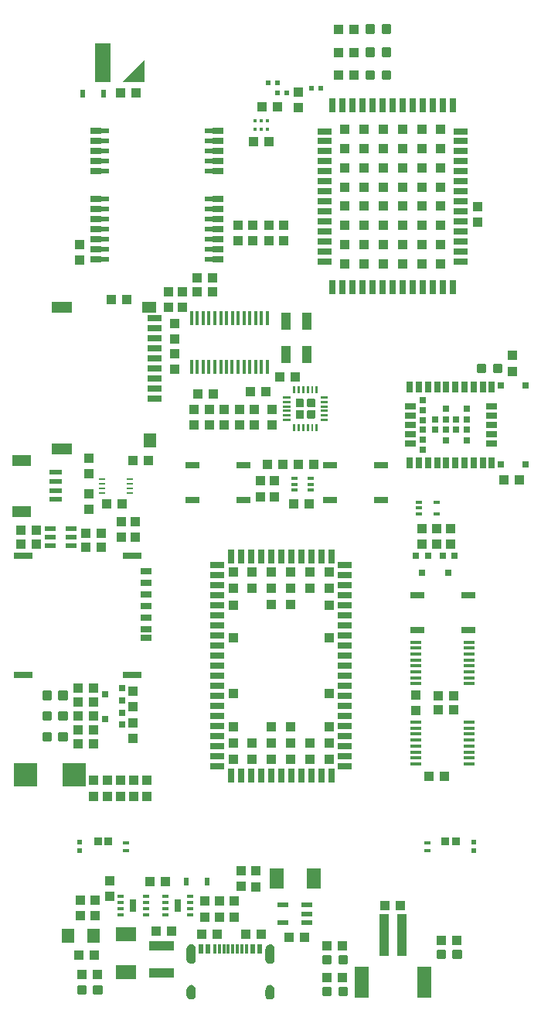
<source format=gbr>
G04 EAGLE Gerber RS-274X export*
G75*
%MOMM*%
%FSLAX34Y34*%
%LPD*%
%INSolderpaste Top*%
%IPPOS*%
%AMOC8*
5,1,8,0,0,1.08239X$1,22.5*%
G01*
%ADD10R,0.300000X1.000000*%
%ADD11R,0.600000X1.000000*%
%ADD12R,1.100000X1.000000*%
%ADD13R,0.800000X1.375000*%
%ADD14R,0.650000X0.300000*%
%ADD15R,1.000000X1.100000*%
%ADD16R,1.524000X0.762000*%
%ADD17R,2.800000X1.000000*%
%ADD18R,1.400000X1.600000*%
%ADD19C,0.300000*%
%ADD20R,2.000000X1.200000*%
%ADD21R,1.350000X0.600000*%
%ADD22R,1.200000X0.550000*%
%ADD23R,1.000000X4.600000*%
%ADD24R,1.600000X3.400000*%
%ADD25R,1.200000X0.600000*%
%ADD26R,0.660400X0.355600*%
%ADD27R,0.850000X0.900000*%
%ADD28R,0.750000X0.250000*%
%ADD29R,0.700000X0.700000*%
%ADD30R,0.700000X0.420000*%
%ADD31R,1.520000X2.210000*%
%ADD32R,1.300000X0.400000*%
%ADD33R,1.275000X0.400000*%
%ADD34R,1.500000X0.800000*%
%ADD35R,0.800000X1.500000*%
%ADD36R,1.100000X1.100000*%
%ADD37R,0.660000X0.300000*%
%ADD38R,0.350000X1.500000*%
%ADD39R,0.630000X0.830000*%
%ADD40R,1.700000X4.200000*%
%ADD41R,2.560397X2.499994*%
%ADD42R,1.100000X1.900000*%
%ADD43R,1.550000X0.750000*%
%ADD44R,0.750000X1.550000*%
%ADD45R,1.050000X1.050000*%
%ADD46R,1.050000X1.000000*%
%ADD47R,0.700000X1.150000*%
%ADD48R,1.150000X0.700000*%
%ADD49R,1.600000X0.700000*%
%ADD50R,2.200000X1.200000*%
%ADD51R,1.600000X1.200000*%
%ADD52R,1.200000X0.800000*%
%ADD53R,0.900000X0.600000*%
%ADD54R,0.600000X0.600000*%
%ADD55R,2.210000X1.520000*%
%ADD56R,0.410000X0.330000*%
%ADD57R,2.100000X0.700000*%
%ADD58R,1.230000X0.650000*%

G36*
X146831Y1008006D02*
X146831Y1008006D01*
X146848Y1008003D01*
X146898Y1008025D01*
X146949Y1008040D01*
X146960Y1008053D01*
X146976Y1008060D01*
X147006Y1008105D01*
X147041Y1008145D01*
X147044Y1008162D01*
X147053Y1008177D01*
X147064Y1008250D01*
X147064Y1032250D01*
X147052Y1032292D01*
X147049Y1032336D01*
X147033Y1032358D01*
X147025Y1032384D01*
X146992Y1032413D01*
X146966Y1032448D01*
X146940Y1032458D01*
X146920Y1032476D01*
X146876Y1032483D01*
X146836Y1032498D01*
X146809Y1032493D01*
X146782Y1032497D01*
X146741Y1032479D01*
X146699Y1032470D01*
X146663Y1032444D01*
X146654Y1032440D01*
X146650Y1032435D01*
X146639Y1032426D01*
X122639Y1008426D01*
X122618Y1008388D01*
X122589Y1008355D01*
X122585Y1008328D01*
X122572Y1008304D01*
X122575Y1008260D01*
X122568Y1008217D01*
X122579Y1008192D01*
X122581Y1008164D01*
X122607Y1008129D01*
X122625Y1008089D01*
X122648Y1008074D01*
X122664Y1008052D01*
X122705Y1008036D01*
X122742Y1008012D01*
X122785Y1008005D01*
X122794Y1008002D01*
X122801Y1008003D01*
X122815Y1008001D01*
X146815Y1008001D01*
X146831Y1008006D01*
G37*
G36*
X284300Y43951D02*
X284300Y43951D01*
X284301Y43951D01*
X285369Y43970D01*
X285376Y43975D01*
X285380Y43971D01*
X286417Y44227D01*
X286422Y44234D01*
X286428Y44231D01*
X287382Y44712D01*
X287386Y44719D01*
X287391Y44718D01*
X288215Y45399D01*
X288216Y45407D01*
X288222Y45407D01*
X288873Y46254D01*
X288873Y46262D01*
X288879Y46263D01*
X289326Y47234D01*
X289324Y47242D01*
X289329Y47244D01*
X289548Y48290D01*
X289545Y48297D01*
X289549Y48300D01*
X289549Y60300D01*
X289546Y60305D01*
X289549Y60308D01*
X289369Y61403D01*
X289363Y61409D01*
X289366Y61414D01*
X288947Y62442D01*
X288940Y62446D01*
X288942Y62451D01*
X288305Y63360D01*
X288297Y63363D01*
X288297Y63368D01*
X287474Y64112D01*
X287466Y64113D01*
X287465Y64119D01*
X286497Y64661D01*
X286488Y64660D01*
X286486Y64666D01*
X285422Y64979D01*
X285417Y64977D01*
X285413Y64977D01*
X285411Y64981D01*
X284303Y65049D01*
X284297Y65045D01*
X284293Y65049D01*
X283185Y64879D01*
X283179Y64873D01*
X283174Y64876D01*
X282132Y64464D01*
X282128Y64457D01*
X282123Y64459D01*
X281198Y63825D01*
X281196Y63817D01*
X281190Y63818D01*
X280430Y62995D01*
X280429Y62986D01*
X280423Y62986D01*
X279866Y62014D01*
X279867Y62006D01*
X279861Y62004D01*
X279534Y60932D01*
X279537Y60924D01*
X279532Y60921D01*
X279451Y59804D01*
X279452Y59801D01*
X279451Y59800D01*
X279451Y47800D01*
X279456Y47793D01*
X279452Y47789D01*
X279671Y46845D01*
X279677Y46839D01*
X279675Y46834D01*
X280099Y45962D01*
X280106Y45959D01*
X280104Y45953D01*
X280711Y45197D01*
X280719Y45195D01*
X280719Y45189D01*
X281479Y44588D01*
X281488Y44588D01*
X281489Y44582D01*
X282364Y44164D01*
X282372Y44166D01*
X282374Y44161D01*
X283320Y43949D01*
X283327Y43952D01*
X283331Y43947D01*
X284300Y43951D01*
G37*
G36*
X198881Y43960D02*
X198881Y43960D01*
X198888Y43965D01*
X198892Y43961D01*
X199944Y44211D01*
X199949Y44217D01*
X199954Y44214D01*
X200924Y44691D01*
X200927Y44699D01*
X200933Y44697D01*
X201772Y45378D01*
X201774Y45386D01*
X201780Y45386D01*
X202446Y46237D01*
X202447Y46245D01*
X202452Y46246D01*
X202913Y47223D01*
X202911Y47231D01*
X202917Y47234D01*
X203148Y48289D01*
X203145Y48297D01*
X203149Y48300D01*
X203149Y60300D01*
X203145Y60305D01*
X203149Y60308D01*
X202956Y61414D01*
X202950Y61419D01*
X202953Y61424D01*
X202520Y62459D01*
X202513Y62463D01*
X202515Y62468D01*
X201862Y63381D01*
X201854Y63383D01*
X201855Y63389D01*
X201016Y64133D01*
X201007Y64134D01*
X201007Y64139D01*
X200023Y64678D01*
X200015Y64677D01*
X200013Y64682D01*
X198934Y64989D01*
X198926Y64986D01*
X198923Y64991D01*
X197803Y65049D01*
X197798Y65046D01*
X197795Y65049D01*
X196749Y64931D01*
X196743Y64925D01*
X196738Y64929D01*
X195744Y64581D01*
X195740Y64574D01*
X195735Y64576D01*
X194843Y64016D01*
X194841Y64009D01*
X194835Y64009D01*
X194091Y63265D01*
X194089Y63257D01*
X194084Y63257D01*
X193524Y62365D01*
X193524Y62357D01*
X193519Y62356D01*
X193171Y61362D01*
X193174Y61354D01*
X193169Y61351D01*
X193051Y60306D01*
X193053Y60302D01*
X193051Y60300D01*
X193051Y48300D01*
X193054Y48295D01*
X193051Y48292D01*
X193209Y47296D01*
X193215Y47290D01*
X193212Y47285D01*
X193587Y46349D01*
X193594Y46345D01*
X193592Y46339D01*
X194166Y45510D01*
X194174Y45507D01*
X194173Y45502D01*
X194917Y44821D01*
X194926Y44820D01*
X194926Y44814D01*
X195803Y44316D01*
X195812Y44317D01*
X195814Y44312D01*
X196779Y44021D01*
X196787Y44024D01*
X196790Y44019D01*
X197797Y43951D01*
X197799Y43952D01*
X197800Y43951D01*
X198881Y43960D01*
G37*
G36*
X284804Y4455D02*
X284804Y4455D01*
X284807Y4451D01*
X285883Y4606D01*
X285888Y4612D01*
X285893Y4609D01*
X286907Y4999D01*
X286911Y5006D01*
X286917Y5005D01*
X287819Y5611D01*
X287821Y5619D01*
X287827Y5618D01*
X288571Y6410D01*
X288572Y6418D01*
X288578Y6418D01*
X289127Y7356D01*
X289126Y7364D01*
X289132Y7366D01*
X289459Y8402D01*
X289456Y8410D01*
X289461Y8413D01*
X289549Y9496D01*
X289547Y9499D01*
X289549Y9500D01*
X289549Y15500D01*
X289546Y15504D01*
X289549Y15506D01*
X289399Y16639D01*
X289393Y16645D01*
X289396Y16650D01*
X288998Y17720D01*
X288991Y17724D01*
X288993Y17730D01*
X288366Y18685D01*
X288358Y18688D01*
X288359Y18693D01*
X287536Y19485D01*
X287528Y19486D01*
X287527Y19492D01*
X286548Y20081D01*
X286540Y20080D01*
X286538Y20085D01*
X285453Y20441D01*
X285445Y20439D01*
X285442Y20443D01*
X284305Y20549D01*
X284296Y20544D01*
X284291Y20548D01*
X283154Y20341D01*
X283148Y20335D01*
X283143Y20338D01*
X282081Y19883D01*
X282077Y19876D01*
X282071Y19878D01*
X281136Y19198D01*
X281134Y19190D01*
X281128Y19191D01*
X280368Y18320D01*
X280368Y18312D01*
X280362Y18311D01*
X279815Y17292D01*
X279816Y17284D01*
X279811Y17282D01*
X279807Y17269D01*
X279794Y17220D01*
X279793Y17220D01*
X279794Y17220D01*
X279780Y17171D01*
X279766Y17121D01*
X279753Y17072D01*
X279739Y17023D01*
X279726Y16974D01*
X279712Y16924D01*
X279699Y16875D01*
X279685Y16826D01*
X279671Y16777D01*
X279658Y16727D01*
X279644Y16678D01*
X279631Y16629D01*
X279617Y16580D01*
X279604Y16530D01*
X279590Y16481D01*
X279577Y16432D01*
X279576Y16432D01*
X279563Y16383D01*
X279549Y16333D01*
X279504Y16168D01*
X279507Y16160D01*
X279502Y16157D01*
X279451Y15002D01*
X279452Y15001D01*
X279451Y15000D01*
X279451Y9000D01*
X279455Y8994D01*
X279452Y8991D01*
X279664Y7910D01*
X279670Y7905D01*
X279667Y7900D01*
X280114Y6894D01*
X280121Y6890D01*
X280119Y6884D01*
X280779Y6003D01*
X280787Y6000D01*
X280787Y5995D01*
X281626Y5282D01*
X281634Y5282D01*
X281635Y5276D01*
X282612Y4768D01*
X282620Y4769D01*
X282622Y4764D01*
X283687Y4486D01*
X283695Y4489D01*
X283698Y4485D01*
X284799Y4451D01*
X284804Y4455D01*
G37*
G36*
X198302Y4455D02*
X198302Y4455D01*
X198307Y4451D01*
X199394Y4596D01*
X199400Y4602D01*
X199405Y4599D01*
X200433Y4983D01*
X200438Y4989D01*
X200443Y4988D01*
X201360Y5590D01*
X201363Y5598D01*
X201369Y5597D01*
X202129Y6389D01*
X202130Y6397D01*
X202136Y6398D01*
X202700Y7339D01*
X202700Y7342D01*
X202701Y7343D01*
X202700Y7345D01*
X202699Y7347D01*
X202705Y7349D01*
X203046Y8392D01*
X203044Y8400D01*
X203048Y8403D01*
X203149Y9496D01*
X203147Y9498D01*
X203149Y9500D01*
X203149Y15500D01*
X203147Y15503D01*
X203149Y15505D01*
X203048Y16597D01*
X203043Y16603D01*
X203046Y16608D01*
X202705Y17651D01*
X202698Y17656D01*
X202700Y17661D01*
X202136Y18602D01*
X202128Y18605D01*
X202129Y18611D01*
X201369Y19403D01*
X201361Y19404D01*
X201360Y19410D01*
X200443Y20013D01*
X200435Y20012D01*
X200433Y20018D01*
X199405Y20401D01*
X199397Y20399D01*
X199394Y20404D01*
X198307Y20549D01*
X198299Y20545D01*
X198295Y20549D01*
X197158Y20443D01*
X197152Y20438D01*
X197147Y20441D01*
X196062Y20085D01*
X196057Y20078D01*
X196052Y20081D01*
X195073Y19492D01*
X195070Y19484D01*
X195064Y19485D01*
X194241Y18693D01*
X194240Y18685D01*
X194234Y18685D01*
X193607Y17730D01*
X193608Y17722D01*
X193602Y17720D01*
X193204Y16650D01*
X193206Y16642D01*
X193201Y16639D01*
X193051Y15506D01*
X193054Y15502D01*
X193051Y15500D01*
X193051Y9500D01*
X193054Y9496D01*
X193051Y9494D01*
X193201Y8361D01*
X193207Y8355D01*
X193204Y8350D01*
X193602Y7280D01*
X193609Y7276D01*
X193607Y7270D01*
X194234Y6315D01*
X194242Y6312D01*
X194241Y6307D01*
X195064Y5515D01*
X195072Y5514D01*
X195073Y5508D01*
X196052Y4919D01*
X196060Y4920D01*
X196062Y4915D01*
X197147Y4559D01*
X197155Y4562D01*
X197158Y4557D01*
X198295Y4451D01*
X198302Y4455D01*
G37*
G36*
X333280Y640252D02*
X333280Y640252D01*
X333346Y640254D01*
X333389Y640272D01*
X333436Y640280D01*
X333493Y640314D01*
X333553Y640339D01*
X333588Y640370D01*
X333629Y640395D01*
X333671Y640446D01*
X333719Y640490D01*
X333741Y640532D01*
X333770Y640569D01*
X333791Y640631D01*
X333822Y640690D01*
X333830Y640744D01*
X333842Y640781D01*
X333841Y640821D01*
X333849Y640875D01*
X333849Y648375D01*
X333838Y648440D01*
X333836Y648506D01*
X333818Y648549D01*
X333810Y648596D01*
X333776Y648653D01*
X333751Y648713D01*
X333720Y648748D01*
X333695Y648789D01*
X333644Y648831D01*
X333600Y648879D01*
X333558Y648901D01*
X333521Y648930D01*
X333459Y648951D01*
X333400Y648982D01*
X333346Y648990D01*
X333309Y649002D01*
X333269Y649001D01*
X333215Y649009D01*
X325715Y649009D01*
X325650Y648998D01*
X325584Y648996D01*
X325541Y648978D01*
X325494Y648970D01*
X325437Y648936D01*
X325377Y648911D01*
X325342Y648880D01*
X325301Y648855D01*
X325260Y648804D01*
X325211Y648760D01*
X325189Y648718D01*
X325160Y648681D01*
X325139Y648619D01*
X325108Y648560D01*
X325100Y648506D01*
X325088Y648469D01*
X325089Y648429D01*
X325081Y648375D01*
X325081Y640875D01*
X325092Y640810D01*
X325094Y640744D01*
X325112Y640701D01*
X325120Y640654D01*
X325154Y640597D01*
X325179Y640537D01*
X325210Y640502D01*
X325235Y640461D01*
X325286Y640420D01*
X325330Y640371D01*
X325372Y640349D01*
X325409Y640320D01*
X325471Y640299D01*
X325530Y640268D01*
X325584Y640260D01*
X325621Y640248D01*
X325661Y640249D01*
X325715Y640241D01*
X333215Y640241D01*
X333280Y640252D01*
G37*
G36*
X320780Y640252D02*
X320780Y640252D01*
X320846Y640254D01*
X320889Y640272D01*
X320936Y640280D01*
X320993Y640314D01*
X321053Y640339D01*
X321088Y640370D01*
X321129Y640395D01*
X321171Y640446D01*
X321219Y640490D01*
X321241Y640532D01*
X321270Y640569D01*
X321291Y640631D01*
X321322Y640690D01*
X321330Y640744D01*
X321342Y640781D01*
X321341Y640821D01*
X321349Y640875D01*
X321349Y648375D01*
X321338Y648440D01*
X321336Y648506D01*
X321318Y648549D01*
X321310Y648596D01*
X321276Y648653D01*
X321251Y648713D01*
X321220Y648748D01*
X321195Y648789D01*
X321144Y648831D01*
X321100Y648879D01*
X321058Y648901D01*
X321021Y648930D01*
X320959Y648951D01*
X320900Y648982D01*
X320846Y648990D01*
X320809Y649002D01*
X320769Y649001D01*
X320715Y649009D01*
X313215Y649009D01*
X313150Y648998D01*
X313084Y648996D01*
X313041Y648978D01*
X312994Y648970D01*
X312937Y648936D01*
X312877Y648911D01*
X312842Y648880D01*
X312801Y648855D01*
X312760Y648804D01*
X312711Y648760D01*
X312689Y648718D01*
X312660Y648681D01*
X312639Y648619D01*
X312608Y648560D01*
X312600Y648506D01*
X312588Y648469D01*
X312589Y648429D01*
X312581Y648375D01*
X312581Y640875D01*
X312592Y640810D01*
X312594Y640744D01*
X312612Y640701D01*
X312620Y640654D01*
X312654Y640597D01*
X312679Y640537D01*
X312710Y640502D01*
X312735Y640461D01*
X312786Y640420D01*
X312830Y640371D01*
X312872Y640349D01*
X312909Y640320D01*
X312971Y640299D01*
X313030Y640268D01*
X313084Y640260D01*
X313121Y640248D01*
X313161Y640249D01*
X313215Y640241D01*
X320715Y640241D01*
X320780Y640252D01*
G37*
G36*
X320780Y652752D02*
X320780Y652752D01*
X320846Y652754D01*
X320889Y652772D01*
X320936Y652780D01*
X320993Y652814D01*
X321053Y652839D01*
X321088Y652870D01*
X321129Y652895D01*
X321171Y652946D01*
X321219Y652990D01*
X321241Y653032D01*
X321270Y653069D01*
X321291Y653131D01*
X321322Y653190D01*
X321330Y653244D01*
X321342Y653281D01*
X321341Y653321D01*
X321349Y653375D01*
X321349Y660875D01*
X321338Y660940D01*
X321336Y661006D01*
X321318Y661049D01*
X321310Y661096D01*
X321276Y661153D01*
X321251Y661213D01*
X321220Y661248D01*
X321195Y661289D01*
X321144Y661331D01*
X321100Y661379D01*
X321058Y661401D01*
X321021Y661430D01*
X320959Y661451D01*
X320900Y661482D01*
X320846Y661490D01*
X320809Y661502D01*
X320769Y661501D01*
X320715Y661509D01*
X313215Y661509D01*
X313150Y661498D01*
X313084Y661496D01*
X313041Y661478D01*
X312994Y661470D01*
X312937Y661436D01*
X312877Y661411D01*
X312842Y661380D01*
X312801Y661355D01*
X312760Y661304D01*
X312711Y661260D01*
X312689Y661218D01*
X312660Y661181D01*
X312639Y661119D01*
X312608Y661060D01*
X312600Y661006D01*
X312588Y660969D01*
X312589Y660929D01*
X312581Y660875D01*
X312581Y653375D01*
X312592Y653310D01*
X312594Y653244D01*
X312612Y653201D01*
X312620Y653154D01*
X312654Y653097D01*
X312679Y653037D01*
X312710Y653002D01*
X312735Y652961D01*
X312786Y652920D01*
X312830Y652871D01*
X312872Y652849D01*
X312909Y652820D01*
X312971Y652799D01*
X313030Y652768D01*
X313084Y652760D01*
X313121Y652748D01*
X313161Y652749D01*
X313215Y652741D01*
X320715Y652741D01*
X320780Y652752D01*
G37*
G36*
X333280Y652752D02*
X333280Y652752D01*
X333346Y652754D01*
X333389Y652772D01*
X333436Y652780D01*
X333493Y652814D01*
X333553Y652839D01*
X333588Y652870D01*
X333629Y652895D01*
X333671Y652946D01*
X333719Y652990D01*
X333741Y653032D01*
X333770Y653069D01*
X333791Y653131D01*
X333822Y653190D01*
X333830Y653244D01*
X333842Y653281D01*
X333841Y653321D01*
X333849Y653375D01*
X333849Y660875D01*
X333838Y660940D01*
X333836Y661006D01*
X333818Y661049D01*
X333810Y661096D01*
X333776Y661153D01*
X333751Y661213D01*
X333720Y661248D01*
X333695Y661289D01*
X333644Y661331D01*
X333600Y661379D01*
X333558Y661401D01*
X333521Y661430D01*
X333459Y661451D01*
X333400Y661482D01*
X333346Y661490D01*
X333309Y661502D01*
X333269Y661501D01*
X333215Y661509D01*
X325715Y661509D01*
X325650Y661498D01*
X325584Y661496D01*
X325541Y661478D01*
X325494Y661470D01*
X325437Y661436D01*
X325377Y661411D01*
X325342Y661380D01*
X325301Y661355D01*
X325260Y661304D01*
X325211Y661260D01*
X325189Y661218D01*
X325160Y661181D01*
X325139Y661119D01*
X325108Y661060D01*
X325100Y661006D01*
X325088Y660969D01*
X325089Y660929D01*
X325081Y660875D01*
X325081Y653375D01*
X325092Y653310D01*
X325094Y653244D01*
X325112Y653201D01*
X325120Y653154D01*
X325154Y653097D01*
X325179Y653037D01*
X325210Y653002D01*
X325235Y652961D01*
X325286Y652920D01*
X325330Y652871D01*
X325372Y652849D01*
X325409Y652820D01*
X325471Y652799D01*
X325530Y652768D01*
X325584Y652760D01*
X325621Y652748D01*
X325661Y652749D01*
X325715Y652741D01*
X333215Y652741D01*
X333280Y652752D01*
G37*
G36*
X347662Y662162D02*
X347662Y662162D01*
X347657Y662169D01*
X347664Y662175D01*
X347664Y664575D01*
X347628Y664622D01*
X347621Y664617D01*
X347615Y664624D01*
X339815Y664624D01*
X339768Y664588D01*
X339773Y664581D01*
X339766Y664575D01*
X339766Y662175D01*
X339802Y662128D01*
X339809Y662133D01*
X339815Y662126D01*
X347615Y662126D01*
X347662Y662162D01*
G37*
G36*
X306662Y662162D02*
X306662Y662162D01*
X306657Y662169D01*
X306664Y662175D01*
X306664Y664575D01*
X306628Y664622D01*
X306621Y664617D01*
X306615Y664624D01*
X298815Y664624D01*
X298768Y664588D01*
X298773Y664581D01*
X298766Y664575D01*
X298766Y662175D01*
X298802Y662128D01*
X298809Y662133D01*
X298815Y662126D01*
X306615Y662126D01*
X306662Y662162D01*
G37*
G36*
X306662Y657162D02*
X306662Y657162D01*
X306657Y657169D01*
X306664Y657175D01*
X306664Y659575D01*
X306628Y659622D01*
X306621Y659617D01*
X306615Y659624D01*
X298815Y659624D01*
X298768Y659588D01*
X298773Y659581D01*
X298766Y659575D01*
X298766Y657175D01*
X298802Y657128D01*
X298809Y657133D01*
X298815Y657126D01*
X306615Y657126D01*
X306662Y657162D01*
G37*
G36*
X347662Y657162D02*
X347662Y657162D01*
X347657Y657169D01*
X347664Y657175D01*
X347664Y659575D01*
X347628Y659622D01*
X347621Y659617D01*
X347615Y659624D01*
X339815Y659624D01*
X339768Y659588D01*
X339773Y659581D01*
X339766Y659575D01*
X339766Y657175D01*
X339802Y657128D01*
X339809Y657133D01*
X339815Y657126D01*
X347615Y657126D01*
X347662Y657162D01*
G37*
G36*
X306662Y652162D02*
X306662Y652162D01*
X306657Y652169D01*
X306664Y652175D01*
X306664Y654575D01*
X306628Y654622D01*
X306621Y654617D01*
X306615Y654624D01*
X298815Y654624D01*
X298768Y654588D01*
X298773Y654581D01*
X298766Y654575D01*
X298766Y652175D01*
X298802Y652128D01*
X298809Y652133D01*
X298815Y652126D01*
X306615Y652126D01*
X306662Y652162D01*
G37*
G36*
X347662Y652162D02*
X347662Y652162D01*
X347657Y652169D01*
X347664Y652175D01*
X347664Y654575D01*
X347628Y654622D01*
X347621Y654617D01*
X347615Y654624D01*
X339815Y654624D01*
X339768Y654588D01*
X339773Y654581D01*
X339766Y654575D01*
X339766Y652175D01*
X339802Y652128D01*
X339809Y652133D01*
X339815Y652126D01*
X347615Y652126D01*
X347662Y652162D01*
G37*
G36*
X306662Y647162D02*
X306662Y647162D01*
X306657Y647169D01*
X306664Y647175D01*
X306664Y649575D01*
X306628Y649622D01*
X306621Y649617D01*
X306615Y649624D01*
X298815Y649624D01*
X298768Y649588D01*
X298773Y649581D01*
X298766Y649575D01*
X298766Y647175D01*
X298802Y647128D01*
X298809Y647133D01*
X298815Y647126D01*
X306615Y647126D01*
X306662Y647162D01*
G37*
G36*
X336962Y667462D02*
X336962Y667462D01*
X336957Y667469D01*
X336964Y667475D01*
X336964Y675275D01*
X336928Y675322D01*
X336921Y675317D01*
X336915Y675324D01*
X334515Y675324D01*
X334468Y675288D01*
X334473Y675281D01*
X334466Y675275D01*
X334466Y667475D01*
X334502Y667428D01*
X334509Y667433D01*
X334515Y667426D01*
X336915Y667426D01*
X336962Y667462D01*
G37*
G36*
X331962Y667462D02*
X331962Y667462D01*
X331957Y667469D01*
X331964Y667475D01*
X331964Y675275D01*
X331928Y675322D01*
X331921Y675317D01*
X331915Y675324D01*
X329515Y675324D01*
X329468Y675288D01*
X329473Y675281D01*
X329466Y675275D01*
X329466Y667475D01*
X329502Y667428D01*
X329509Y667433D01*
X329515Y667426D01*
X331915Y667426D01*
X331962Y667462D01*
G37*
G36*
X326962Y667462D02*
X326962Y667462D01*
X326957Y667469D01*
X326964Y667475D01*
X326964Y675275D01*
X326928Y675322D01*
X326921Y675317D01*
X326915Y675324D01*
X324515Y675324D01*
X324468Y675288D01*
X324473Y675281D01*
X324466Y675275D01*
X324466Y667475D01*
X324502Y667428D01*
X324509Y667433D01*
X324515Y667426D01*
X326915Y667426D01*
X326962Y667462D01*
G37*
G36*
X306662Y642162D02*
X306662Y642162D01*
X306657Y642169D01*
X306664Y642175D01*
X306664Y644575D01*
X306628Y644622D01*
X306621Y644617D01*
X306615Y644624D01*
X298815Y644624D01*
X298768Y644588D01*
X298773Y644581D01*
X298766Y644575D01*
X298766Y642175D01*
X298802Y642128D01*
X298809Y642133D01*
X298815Y642126D01*
X306615Y642126D01*
X306662Y642162D01*
G37*
G36*
X347662Y642162D02*
X347662Y642162D01*
X347657Y642169D01*
X347664Y642175D01*
X347664Y644575D01*
X347628Y644622D01*
X347621Y644617D01*
X347615Y644624D01*
X339815Y644624D01*
X339768Y644588D01*
X339773Y644581D01*
X339766Y644575D01*
X339766Y642175D01*
X339802Y642128D01*
X339809Y642133D01*
X339815Y642126D01*
X347615Y642126D01*
X347662Y642162D01*
G37*
G36*
X306662Y637162D02*
X306662Y637162D01*
X306657Y637169D01*
X306664Y637175D01*
X306664Y639575D01*
X306628Y639622D01*
X306621Y639617D01*
X306615Y639624D01*
X298815Y639624D01*
X298768Y639588D01*
X298773Y639581D01*
X298766Y639575D01*
X298766Y637175D01*
X298802Y637128D01*
X298809Y637133D01*
X298815Y637126D01*
X306615Y637126D01*
X306662Y637162D01*
G37*
G36*
X347662Y637162D02*
X347662Y637162D01*
X347657Y637169D01*
X347664Y637175D01*
X347664Y639575D01*
X347628Y639622D01*
X347621Y639617D01*
X347615Y639624D01*
X339815Y639624D01*
X339768Y639588D01*
X339773Y639581D01*
X339766Y639575D01*
X339766Y637175D01*
X339802Y637128D01*
X339809Y637133D01*
X339815Y637126D01*
X347615Y637126D01*
X347662Y637162D01*
G37*
G36*
X331962Y626462D02*
X331962Y626462D01*
X331957Y626469D01*
X331964Y626475D01*
X331964Y634275D01*
X331928Y634322D01*
X331921Y634317D01*
X331915Y634324D01*
X329515Y634324D01*
X329468Y634288D01*
X329473Y634281D01*
X329466Y634275D01*
X329466Y626475D01*
X329502Y626428D01*
X329509Y626433D01*
X329515Y626426D01*
X331915Y626426D01*
X331962Y626462D01*
G37*
G36*
X336962Y626462D02*
X336962Y626462D01*
X336957Y626469D01*
X336964Y626475D01*
X336964Y634275D01*
X336928Y634322D01*
X336921Y634317D01*
X336915Y634324D01*
X334515Y634324D01*
X334468Y634288D01*
X334473Y634281D01*
X334466Y634275D01*
X334466Y626475D01*
X334502Y626428D01*
X334509Y626433D01*
X334515Y626426D01*
X336915Y626426D01*
X336962Y626462D01*
G37*
G36*
X316962Y626462D02*
X316962Y626462D01*
X316957Y626469D01*
X316964Y626475D01*
X316964Y634275D01*
X316928Y634322D01*
X316921Y634317D01*
X316915Y634324D01*
X314515Y634324D01*
X314468Y634288D01*
X314473Y634281D01*
X314466Y634275D01*
X314466Y626475D01*
X314502Y626428D01*
X314509Y626433D01*
X314515Y626426D01*
X316915Y626426D01*
X316962Y626462D01*
G37*
G36*
X311962Y626462D02*
X311962Y626462D01*
X311957Y626469D01*
X311964Y626475D01*
X311964Y634275D01*
X311928Y634322D01*
X311921Y634317D01*
X311915Y634324D01*
X309515Y634324D01*
X309468Y634288D01*
X309473Y634281D01*
X309466Y634275D01*
X309466Y626475D01*
X309502Y626428D01*
X309509Y626433D01*
X309515Y626426D01*
X311915Y626426D01*
X311962Y626462D01*
G37*
G36*
X321962Y626462D02*
X321962Y626462D01*
X321957Y626469D01*
X321964Y626475D01*
X321964Y634275D01*
X321928Y634322D01*
X321921Y634317D01*
X321915Y634324D01*
X319515Y634324D01*
X319468Y634288D01*
X319473Y634281D01*
X319466Y634275D01*
X319466Y626475D01*
X319502Y626428D01*
X319509Y626433D01*
X319515Y626426D01*
X321915Y626426D01*
X321962Y626462D01*
G37*
G36*
X326962Y626462D02*
X326962Y626462D01*
X326957Y626469D01*
X326964Y626475D01*
X326964Y634275D01*
X326928Y634322D01*
X326921Y634317D01*
X326915Y634324D01*
X324515Y634324D01*
X324468Y634288D01*
X324473Y634281D01*
X324466Y634275D01*
X324466Y626475D01*
X324502Y626428D01*
X324509Y626433D01*
X324515Y626426D01*
X326915Y626426D01*
X326962Y626462D01*
G37*
G36*
X311962Y667462D02*
X311962Y667462D01*
X311957Y667469D01*
X311964Y667475D01*
X311964Y675275D01*
X311928Y675322D01*
X311921Y675317D01*
X311915Y675324D01*
X309515Y675324D01*
X309468Y675288D01*
X309473Y675281D01*
X309466Y675275D01*
X309466Y667475D01*
X309502Y667428D01*
X309509Y667433D01*
X309515Y667426D01*
X311915Y667426D01*
X311962Y667462D01*
G37*
G36*
X316962Y667462D02*
X316962Y667462D01*
X316957Y667469D01*
X316964Y667475D01*
X316964Y675275D01*
X316928Y675322D01*
X316921Y675317D01*
X316915Y675324D01*
X314515Y675324D01*
X314468Y675288D01*
X314473Y675281D01*
X314466Y675275D01*
X314466Y667475D01*
X314502Y667428D01*
X314509Y667433D01*
X314515Y667426D01*
X316915Y667426D01*
X316962Y667462D01*
G37*
G36*
X321962Y667462D02*
X321962Y667462D01*
X321957Y667469D01*
X321964Y667475D01*
X321964Y675275D01*
X321928Y675322D01*
X321921Y675317D01*
X321915Y675324D01*
X319515Y675324D01*
X319468Y675288D01*
X319473Y675281D01*
X319466Y675275D01*
X319466Y667475D01*
X319502Y667428D01*
X319509Y667433D01*
X319515Y667426D01*
X321915Y667426D01*
X321962Y667462D01*
G37*
G36*
X347662Y647162D02*
X347662Y647162D01*
X347657Y647169D01*
X347664Y647175D01*
X347664Y649575D01*
X347628Y649622D01*
X347621Y649617D01*
X347615Y649624D01*
X339815Y649624D01*
X339768Y649588D01*
X339773Y649581D01*
X339766Y649575D01*
X339766Y647175D01*
X339802Y647128D01*
X339809Y647133D01*
X339815Y647126D01*
X347615Y647126D01*
X347662Y647162D01*
G37*
D10*
X248800Y60100D03*
X243800Y60100D03*
D11*
X273550Y60100D03*
X265800Y60100D03*
D10*
X258800Y60100D03*
X253800Y60100D03*
X233800Y60100D03*
X238800Y60100D03*
D11*
X209050Y60100D03*
X216800Y60100D03*
D10*
X223800Y60100D03*
X228800Y60100D03*
D12*
X209940Y76200D03*
X226940Y76200D03*
X275200Y76200D03*
X258200Y76200D03*
D13*
X183515Y107315D03*
D14*
X197265Y97565D03*
X197265Y104065D03*
X197265Y110565D03*
X197265Y117065D03*
X169765Y117065D03*
X169765Y110565D03*
X169765Y104065D03*
X169765Y97565D03*
D12*
X159775Y79375D03*
X176775Y79375D03*
D15*
X180340Y693810D03*
X180340Y710810D03*
D16*
X255270Y551180D03*
X199390Y551180D03*
X255270Y589280D03*
X199390Y589280D03*
D12*
X91685Y53340D03*
X74685Y53340D03*
D17*
X165735Y33260D03*
X165735Y63260D03*
D18*
X63470Y74295D03*
X91470Y74295D03*
D15*
X252730Y128660D03*
X252730Y145660D03*
X268605Y145025D03*
X268605Y128025D03*
D16*
X406400Y551180D03*
X350520Y551180D03*
X406400Y589280D03*
X350520Y589280D03*
D12*
X169790Y133350D03*
X152790Y133350D03*
X364100Y28575D03*
X347100Y28575D03*
D19*
X360870Y44760D02*
X360870Y51760D01*
X367870Y51760D01*
X367870Y44760D01*
X360870Y44760D01*
X360870Y47610D02*
X367870Y47610D01*
X367870Y50460D02*
X360870Y50460D01*
X343330Y51760D02*
X343330Y44760D01*
X343330Y51760D02*
X350330Y51760D01*
X350330Y44760D01*
X343330Y44760D01*
X343330Y47610D02*
X350330Y47610D01*
X350330Y50460D02*
X343330Y50460D01*
D15*
X213360Y95005D03*
X213360Y112005D03*
X229235Y95005D03*
X229235Y112005D03*
X245110Y95005D03*
X245110Y112005D03*
D12*
X364100Y63500D03*
X347100Y63500D03*
D19*
X360870Y16835D02*
X360870Y9835D01*
X360870Y16835D02*
X367870Y16835D01*
X367870Y9835D01*
X360870Y9835D01*
X360870Y12685D02*
X367870Y12685D01*
X367870Y15535D02*
X360870Y15535D01*
X343330Y16835D02*
X343330Y9835D01*
X343330Y16835D02*
X350330Y16835D01*
X350330Y9835D01*
X343330Y9835D01*
X343330Y12685D02*
X350330Y12685D01*
X350330Y15535D02*
X343330Y15535D01*
D20*
X12780Y594420D03*
X12780Y538420D03*
D21*
X49530Y581420D03*
X49530Y571420D03*
X49530Y561420D03*
X49530Y551420D03*
D15*
X85725Y579510D03*
X85725Y596510D03*
X85725Y557775D03*
X85725Y540775D03*
X273685Y571745D03*
X273685Y554745D03*
X289560Y571745D03*
X289560Y554745D03*
D22*
X324786Y88925D03*
X324786Y98425D03*
X324786Y107925D03*
X298784Y107925D03*
X298784Y88925D03*
D12*
X322190Y73025D03*
X305190Y73025D03*
X410600Y107315D03*
X427600Y107315D03*
X472195Y69215D03*
X489195Y69215D03*
D23*
X429100Y75100D03*
X409100Y75100D03*
D24*
X453100Y23100D03*
X385100Y23100D03*
D25*
X66745Y510540D03*
X66745Y520040D03*
X66745Y501040D03*
X43745Y520040D03*
X43745Y510540D03*
X43745Y501040D03*
D12*
X82305Y499110D03*
X99305Y499110D03*
D15*
X121920Y510295D03*
X121920Y527295D03*
D12*
X99305Y514350D03*
X82305Y514350D03*
X11185Y518160D03*
X28185Y518160D03*
X11185Y502920D03*
X28185Y502920D03*
D15*
X106045Y244085D03*
X106045Y227085D03*
X120650Y244085D03*
X120650Y227085D03*
X91440Y244085D03*
X91440Y227085D03*
D26*
X127000Y175768D03*
X127000Y167132D03*
D27*
X107400Y177800D03*
X95800Y177800D03*
D28*
X131070Y558920D03*
X131070Y563920D03*
X131070Y568920D03*
X131070Y573920D03*
X100070Y558920D03*
X100070Y563920D03*
X100070Y568920D03*
X100070Y573920D03*
D12*
X105800Y546735D03*
X122800Y546735D03*
X469020Y321310D03*
X486020Y321310D03*
D15*
X444500Y337430D03*
X444500Y320430D03*
D29*
X486560Y489945D03*
X473560Y489945D03*
X480060Y471445D03*
D15*
X482600Y519675D03*
X482600Y502675D03*
D30*
X466700Y548790D03*
X466700Y535790D03*
X447700Y548790D03*
X447700Y535790D03*
X447700Y542290D03*
D29*
X457350Y489945D03*
X444350Y489945D03*
X450850Y471445D03*
D15*
X450850Y519675D03*
X450850Y502675D03*
D29*
X122280Y331955D03*
X122280Y344955D03*
X103780Y338455D03*
D15*
X134620Y341875D03*
X134620Y324875D03*
D19*
X54165Y333685D02*
X54165Y340685D01*
X61165Y340685D01*
X61165Y333685D01*
X54165Y333685D01*
X54165Y336535D02*
X61165Y336535D01*
X61165Y339385D02*
X54165Y339385D01*
X36625Y340685D02*
X36625Y333685D01*
X36625Y340685D02*
X43625Y340685D01*
X43625Y333685D01*
X36625Y333685D01*
X36625Y336535D02*
X43625Y336535D01*
X43625Y339385D02*
X36625Y339385D01*
D12*
X91050Y330200D03*
X74050Y330200D03*
D15*
X466725Y519675D03*
X466725Y502675D03*
D12*
X486020Y337185D03*
X469020Y337185D03*
X475225Y248920D03*
X458225Y248920D03*
X134375Y594360D03*
X151375Y594360D03*
D29*
X122280Y305285D03*
X122280Y318285D03*
X103780Y311785D03*
D15*
X134620Y289950D03*
X134620Y306950D03*
D12*
X91050Y299720D03*
X74050Y299720D03*
D31*
X332105Y137160D03*
X291405Y137160D03*
D15*
X135255Y244085D03*
X135255Y227085D03*
D32*
X443825Y395495D03*
X443825Y388995D03*
X443825Y382495D03*
D33*
X443950Y375995D03*
X443950Y369495D03*
X443950Y362995D03*
X443950Y356495D03*
X443950Y349995D03*
D32*
X502325Y395495D03*
X502325Y388995D03*
X502325Y382495D03*
X502325Y375995D03*
X502325Y369495D03*
X502325Y362995D03*
X502325Y356495D03*
X502325Y349995D03*
X443825Y307865D03*
X443825Y301365D03*
X443825Y294865D03*
D33*
X443950Y288365D03*
X443950Y281865D03*
X443950Y275365D03*
X443950Y268865D03*
X443950Y262365D03*
D32*
X502325Y307865D03*
X502325Y301365D03*
X502325Y294865D03*
X502325Y288365D03*
X502325Y281865D03*
X502325Y275365D03*
X502325Y268865D03*
X502325Y262365D03*
D15*
X249555Y834780D03*
X249555Y851780D03*
X265430Y834780D03*
X265430Y851780D03*
D26*
X457200Y175768D03*
X457200Y167132D03*
D27*
X476165Y177800D03*
X487765Y177800D03*
D34*
X344170Y954405D03*
X344170Y943405D03*
X344170Y932405D03*
X344170Y921405D03*
X344170Y910405D03*
X344170Y899405D03*
X344170Y888405D03*
X344170Y877405D03*
X344170Y866405D03*
X344170Y855405D03*
X344170Y844405D03*
X344170Y833405D03*
X344170Y822405D03*
X344170Y811405D03*
X493670Y954405D03*
X493670Y943405D03*
X493670Y932405D03*
X493670Y921405D03*
X493670Y910405D03*
X493670Y899405D03*
X493670Y888405D03*
X493670Y877405D03*
X493670Y866405D03*
X493670Y855405D03*
X493670Y844405D03*
X493670Y833405D03*
X493670Y822405D03*
X493670Y811405D03*
D35*
X352670Y783405D03*
X363670Y783405D03*
X374670Y783405D03*
X385670Y783405D03*
X396670Y783405D03*
X407670Y783405D03*
X418670Y783405D03*
X429670Y783405D03*
X440670Y783405D03*
X451670Y783405D03*
X462670Y783405D03*
X473670Y783405D03*
X484670Y783405D03*
X484670Y982405D03*
X473670Y982405D03*
X462670Y982405D03*
X451670Y982405D03*
X440670Y982405D03*
X429670Y982405D03*
X418670Y982405D03*
X407670Y982405D03*
X396670Y982405D03*
X385670Y982405D03*
X374670Y982405D03*
X363670Y982405D03*
X352670Y982405D03*
D36*
X366670Y956405D03*
X366670Y935405D03*
X366670Y914405D03*
X366670Y893405D03*
X366670Y872405D03*
X366670Y851405D03*
X366670Y830405D03*
X366670Y809405D03*
X387670Y809405D03*
X387670Y830405D03*
X387670Y851405D03*
X387670Y872405D03*
X387670Y893405D03*
X387670Y914405D03*
X387670Y935405D03*
X387670Y956405D03*
X408670Y956405D03*
X408670Y935405D03*
X408670Y914405D03*
X408670Y893405D03*
X408670Y872405D03*
X408670Y851405D03*
X408670Y830405D03*
X408670Y809405D03*
X429670Y809405D03*
X429670Y830405D03*
X429670Y851405D03*
X429670Y872405D03*
X429670Y893405D03*
X429670Y914405D03*
X429670Y935405D03*
X429670Y956405D03*
X450670Y956405D03*
X450670Y935405D03*
X450670Y914405D03*
X450670Y893405D03*
X450670Y872405D03*
X450670Y851405D03*
X450670Y830405D03*
X450670Y809405D03*
X471670Y809405D03*
X471670Y830405D03*
X471670Y851405D03*
X471670Y872405D03*
X471670Y893405D03*
X471670Y914405D03*
X471670Y935405D03*
X471670Y956405D03*
D15*
X511810Y872100D03*
X511810Y855100D03*
X315595Y997195D03*
X315595Y980195D03*
D19*
X397955Y1012500D02*
X397955Y1019500D01*
X397955Y1012500D02*
X390955Y1012500D01*
X390955Y1019500D01*
X397955Y1019500D01*
X397955Y1015350D02*
X390955Y1015350D01*
X390955Y1018200D02*
X397955Y1018200D01*
X415495Y1019500D02*
X415495Y1012500D01*
X408495Y1012500D01*
X408495Y1019500D01*
X415495Y1019500D01*
X415495Y1015350D02*
X408495Y1015350D01*
X408495Y1018200D02*
X415495Y1018200D01*
D37*
X329240Y561825D03*
X310840Y568325D03*
X310840Y574825D03*
X310840Y561825D03*
X329240Y568325D03*
X329240Y574825D03*
D19*
X530415Y691190D02*
X530415Y698190D01*
X537415Y698190D01*
X537415Y691190D01*
X530415Y691190D01*
X530415Y694040D02*
X537415Y694040D01*
X537415Y696890D02*
X530415Y696890D01*
X512875Y698190D02*
X512875Y691190D01*
X512875Y698190D02*
X519875Y698190D01*
X519875Y691190D01*
X512875Y691190D01*
X512875Y694040D02*
X519875Y694040D01*
X519875Y696890D02*
X512875Y696890D01*
D38*
X236830Y696265D03*
X236830Y750265D03*
X243030Y696265D03*
X243230Y750265D03*
X230430Y750265D03*
X230430Y696265D03*
X224030Y696265D03*
X224030Y750265D03*
X249630Y750265D03*
X256030Y750265D03*
X249630Y696265D03*
X256030Y696265D03*
X217630Y696265D03*
X262430Y696265D03*
X262430Y750265D03*
X217630Y750265D03*
X211230Y696265D03*
X211230Y750265D03*
X268830Y750265D03*
X268830Y696265D03*
X275230Y696265D03*
X275230Y750265D03*
X204830Y750265D03*
X204830Y696265D03*
X198430Y696265D03*
X198430Y750265D03*
X281630Y750265D03*
X281630Y696265D03*
D15*
X75565Y830190D03*
X75565Y813190D03*
X283210Y834780D03*
X283210Y851780D03*
X299085Y834780D03*
X299085Y851780D03*
D12*
X283455Y942975D03*
X266455Y942975D03*
D39*
X102305Y995680D03*
X79305Y995680D03*
D12*
X137405Y996315D03*
X120405Y996315D03*
D40*
X101515Y1029050D03*
D39*
X192335Y133350D03*
X215335Y133350D03*
D15*
X173355Y778755D03*
X173355Y761755D03*
D12*
X204225Y779145D03*
X221225Y779145D03*
D15*
X188595Y778755D03*
X188595Y761755D03*
D12*
X204225Y794385D03*
X221225Y794385D03*
D15*
X234315Y632850D03*
X234315Y649850D03*
X217805Y632850D03*
X217805Y649850D03*
X201295Y649850D03*
X201295Y632850D03*
D19*
X81725Y18740D02*
X81725Y11740D01*
X74725Y11740D01*
X74725Y18740D01*
X81725Y18740D01*
X81725Y14590D02*
X74725Y14590D01*
X74725Y17440D02*
X81725Y17440D01*
X99265Y18740D02*
X99265Y11740D01*
X92265Y11740D01*
X92265Y18740D01*
X99265Y18740D01*
X99265Y14590D02*
X92265Y14590D01*
X92265Y17440D02*
X99265Y17440D01*
X475425Y50475D02*
X475425Y57475D01*
X475425Y50475D02*
X468425Y50475D01*
X468425Y57475D01*
X475425Y57475D01*
X475425Y53325D02*
X468425Y53325D01*
X468425Y56175D02*
X475425Y56175D01*
X492965Y57475D02*
X492965Y50475D01*
X485965Y50475D01*
X485965Y57475D01*
X492965Y57475D01*
X492965Y53325D02*
X485965Y53325D01*
X485965Y56175D02*
X492965Y56175D01*
X408495Y1062665D02*
X408495Y1069665D01*
X415495Y1069665D01*
X415495Y1062665D01*
X408495Y1062665D01*
X408495Y1065515D02*
X415495Y1065515D01*
X415495Y1068365D02*
X408495Y1068365D01*
X390955Y1069665D02*
X390955Y1062665D01*
X390955Y1069665D02*
X397955Y1069665D01*
X397955Y1062665D01*
X390955Y1062665D01*
X390955Y1065515D02*
X397955Y1065515D01*
X397955Y1068365D02*
X390955Y1068365D01*
D12*
X91050Y345440D03*
X74050Y345440D03*
D19*
X408495Y1037265D02*
X408495Y1044265D01*
X415495Y1044265D01*
X415495Y1037265D01*
X408495Y1037265D01*
X408495Y1040115D02*
X415495Y1040115D01*
X415495Y1042965D02*
X408495Y1042965D01*
X390955Y1044265D02*
X390955Y1037265D01*
X390955Y1044265D02*
X397955Y1044265D01*
X397955Y1037265D01*
X390955Y1037265D01*
X390955Y1040115D02*
X397955Y1040115D01*
X397955Y1042965D02*
X390955Y1042965D01*
X54165Y295600D02*
X54165Y288600D01*
X54165Y295600D02*
X61165Y295600D01*
X61165Y288600D01*
X54165Y288600D01*
X54165Y291450D02*
X61165Y291450D01*
X61165Y294300D02*
X54165Y294300D01*
X36625Y295600D02*
X36625Y288600D01*
X36625Y295600D02*
X43625Y295600D01*
X43625Y288600D01*
X36625Y288600D01*
X36625Y291450D02*
X43625Y291450D01*
X43625Y294300D02*
X36625Y294300D01*
X54165Y311460D02*
X54165Y318460D01*
X61165Y318460D01*
X61165Y311460D01*
X54165Y311460D01*
X54165Y314310D02*
X61165Y314310D01*
X61165Y317160D02*
X54165Y317160D01*
X36625Y318460D02*
X36625Y311460D01*
X36625Y318460D02*
X43625Y318460D01*
X43625Y311460D01*
X36625Y311460D01*
X36625Y314310D02*
X43625Y314310D01*
X43625Y317160D02*
X36625Y317160D01*
D12*
X91050Y314960D03*
X74050Y314960D03*
D15*
X286385Y649850D03*
X286385Y632850D03*
D12*
X280280Y669925D03*
X263280Y669925D03*
X312030Y685800D03*
X295030Y685800D03*
D15*
X250825Y632850D03*
X250825Y649850D03*
X267335Y649850D03*
X267335Y632850D03*
D12*
X298695Y589915D03*
X281695Y589915D03*
X310270Y546735D03*
X327270Y546735D03*
D15*
X180340Y726830D03*
X180340Y743830D03*
D12*
X205495Y666750D03*
X222495Y666750D03*
X292345Y981075D03*
X275345Y981075D03*
D41*
X69902Y250825D03*
X16458Y250825D03*
D42*
X324555Y709845D03*
X301555Y746845D03*
X301555Y709845D03*
X324555Y746845D03*
D13*
X134620Y107315D03*
D14*
X120870Y117065D03*
X120870Y110565D03*
X120870Y104065D03*
X120870Y97565D03*
X148370Y97565D03*
X148370Y104065D03*
X148370Y110565D03*
X148370Y117065D03*
D15*
X108585Y117230D03*
X108585Y134230D03*
X76835Y113275D03*
X76835Y96275D03*
X92710Y113275D03*
X92710Y96275D03*
D43*
X366545Y259570D03*
X366545Y270570D03*
X366545Y281570D03*
X366545Y292570D03*
X366545Y303570D03*
X366545Y314570D03*
X366545Y325570D03*
X366545Y336570D03*
X366545Y347570D03*
X366545Y358570D03*
X366545Y369570D03*
X366545Y380570D03*
X366545Y391570D03*
X366545Y402570D03*
X366545Y413570D03*
X366545Y424570D03*
X366545Y435570D03*
X366545Y446570D03*
X366545Y457570D03*
X366545Y468570D03*
X366545Y479570D03*
D44*
X351545Y489570D03*
X340545Y489570D03*
X329545Y489570D03*
X318545Y489570D03*
X307545Y489570D03*
X296545Y489570D03*
X285545Y489570D03*
X274545Y489570D03*
X263545Y489570D03*
X252545Y489570D03*
X241545Y489570D03*
D43*
X226545Y479570D03*
X226545Y468570D03*
X226545Y457570D03*
X226545Y446570D03*
X226545Y435570D03*
X226545Y424570D03*
X226545Y413570D03*
X226545Y402570D03*
X226545Y391570D03*
X226545Y380570D03*
X226545Y369570D03*
X226545Y358570D03*
X226545Y347570D03*
X226545Y336570D03*
X226545Y325570D03*
X226545Y314570D03*
X226545Y303570D03*
X226545Y292570D03*
X226545Y281570D03*
X226545Y270570D03*
X226545Y259570D03*
D44*
X241545Y249570D03*
X252545Y249570D03*
X263545Y249570D03*
X274545Y249570D03*
X285545Y249570D03*
X296545Y249570D03*
X307545Y249570D03*
X318545Y249570D03*
X329545Y249570D03*
X340545Y249570D03*
X351545Y249570D03*
D45*
X349045Y267070D03*
X328045Y267070D03*
X307045Y267070D03*
X286045Y267070D03*
X265045Y267070D03*
X244045Y267070D03*
X349045Y285070D03*
X328045Y285070D03*
X307045Y285070D03*
X286045Y285070D03*
X265045Y285070D03*
X244045Y285070D03*
X349045Y303070D03*
X244045Y303070D03*
X349045Y339070D03*
X244045Y339070D03*
X244045Y472070D03*
X265045Y472070D03*
X286045Y472070D03*
X307045Y472070D03*
X328045Y472070D03*
X349045Y472070D03*
X244045Y454070D03*
X265045Y454070D03*
X286045Y454070D03*
X307045Y454070D03*
X328045Y454070D03*
X349045Y454070D03*
X244045Y436070D03*
X349045Y436070D03*
X244045Y400070D03*
X349045Y400070D03*
D46*
X286045Y302820D03*
X307045Y302820D03*
X286045Y436320D03*
X307045Y436320D03*
D47*
X437545Y591845D03*
X447545Y591845D03*
X457545Y591845D03*
X467545Y591845D03*
X477545Y591845D03*
X487545Y591845D03*
X497545Y591845D03*
X507545Y591845D03*
X517545Y591845D03*
X527545Y591845D03*
D48*
X526795Y613095D03*
X526795Y623095D03*
X526795Y633095D03*
X526795Y643095D03*
X526795Y653095D03*
D47*
X527545Y674345D03*
X517545Y674345D03*
X507545Y674345D03*
X497545Y674345D03*
X487545Y674345D03*
X477545Y674345D03*
X467545Y674345D03*
X457545Y674345D03*
X447545Y674345D03*
X437545Y674345D03*
D48*
X438295Y653095D03*
X438295Y643095D03*
X438295Y633095D03*
X438295Y623095D03*
X438295Y613095D03*
D29*
X452045Y605595D03*
X452045Y616595D03*
X452045Y627595D03*
X452045Y638595D03*
X452045Y649595D03*
X452045Y660595D03*
X499845Y616095D03*
X499845Y627595D03*
X499845Y639095D03*
X499845Y650595D03*
X488345Y627595D03*
X488345Y639095D03*
X476845Y616095D03*
X476845Y627595D03*
X476845Y639095D03*
X476845Y650595D03*
X465345Y627595D03*
X465345Y639095D03*
X564045Y589595D03*
X537545Y589595D03*
X564045Y676595D03*
X537545Y676595D03*
D12*
X540775Y573405D03*
X557775Y573405D03*
D15*
X549910Y708905D03*
X549910Y691905D03*
X149860Y244085D03*
X149860Y227085D03*
D49*
X157705Y684030D03*
X157705Y673030D03*
X157705Y662030D03*
X157705Y695030D03*
X157705Y706030D03*
X157705Y717030D03*
X157705Y728030D03*
X157705Y739030D03*
X157705Y750030D03*
D50*
X56705Y607030D03*
X56705Y762030D03*
D18*
X152705Y616030D03*
D51*
X151705Y762030D03*
D12*
X95495Y32385D03*
X78495Y32385D03*
X359800Y1066165D03*
X376800Y1066165D03*
X359800Y1040765D03*
X376800Y1040765D03*
X359800Y1016000D03*
X376800Y1016000D03*
X127245Y770255D03*
X110245Y770255D03*
D52*
X227655Y814555D03*
D53*
X217155Y814555D03*
D52*
X227655Y825555D03*
D53*
X217155Y825555D03*
D52*
X227655Y836555D03*
D53*
X217155Y836555D03*
D52*
X227655Y847555D03*
D53*
X217155Y847555D03*
D52*
X227655Y858555D03*
D53*
X217155Y858555D03*
D52*
X227655Y869555D03*
D53*
X217155Y869555D03*
D52*
X227655Y880555D03*
D53*
X217155Y880555D03*
D52*
X227655Y910555D03*
D53*
X217155Y910555D03*
D52*
X227655Y921555D03*
D53*
X217155Y921555D03*
D52*
X227655Y932555D03*
D53*
X217155Y932555D03*
D52*
X227655Y943555D03*
D53*
X217155Y943555D03*
D52*
X227655Y954555D03*
D53*
X217155Y954555D03*
D52*
X93655Y880555D03*
D53*
X104155Y880555D03*
D52*
X93655Y869555D03*
D53*
X104155Y869555D03*
D52*
X93655Y858555D03*
D53*
X104155Y858555D03*
D52*
X93655Y847555D03*
D53*
X104155Y847555D03*
D52*
X93655Y836555D03*
D53*
X104155Y836555D03*
D52*
X93655Y825555D03*
D53*
X104155Y825555D03*
D52*
X93655Y814555D03*
D53*
X104155Y814555D03*
D52*
X93655Y954555D03*
D53*
X104155Y954555D03*
D52*
X93655Y943555D03*
D53*
X104155Y943555D03*
D52*
X93655Y932555D03*
D53*
X104155Y932555D03*
D52*
X93655Y921555D03*
D53*
X104155Y921555D03*
D52*
X93655Y910555D03*
D53*
X104155Y910555D03*
D16*
X445770Y447040D03*
X501650Y447040D03*
X445770Y408940D03*
X501650Y408940D03*
D54*
X292815Y996315D03*
X302815Y996315D03*
X339645Y1001395D03*
X329645Y1001395D03*
X292655Y1007110D03*
X282655Y1007110D03*
X76200Y177085D03*
X76200Y167085D03*
X508000Y177085D03*
X508000Y167085D03*
D55*
X126365Y34925D03*
X126365Y75625D03*
D12*
X332350Y589915D03*
X315350Y589915D03*
D56*
X281455Y966216D03*
X274955Y966216D03*
X268455Y966216D03*
X268455Y956564D03*
X274955Y956564D03*
X281455Y956564D03*
D57*
X133660Y359865D03*
X133660Y489765D03*
X13660Y489765D03*
X13660Y359865D03*
D58*
X149010Y473065D03*
X149010Y460365D03*
X149010Y447665D03*
X149010Y434965D03*
X149010Y422265D03*
X149010Y409565D03*
X149010Y400065D03*
D15*
X137160Y510295D03*
X137160Y527295D03*
D12*
X91050Y284480D03*
X74050Y284480D03*
M02*

</source>
